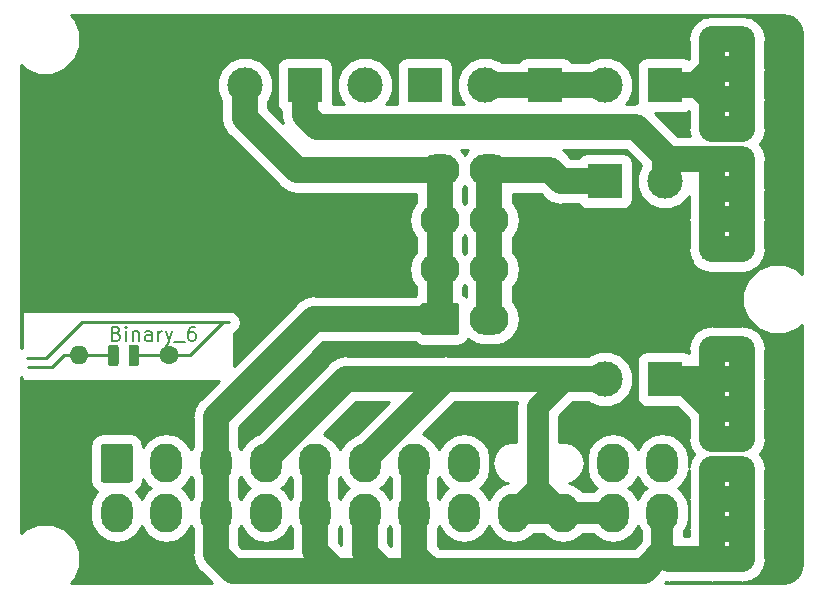
<source format=gtl>
G04 #@! TF.GenerationSoftware,KiCad,Pcbnew,(5.0.2)-1*
G04 #@! TF.CreationDate,2019-10-01T18:53:06+02:00*
G04 #@! TF.ProjectId,EleLab_v2_PowerFeed,456c654c-6162-45f7-9632-5f506f776572,rev?*
G04 #@! TF.SameCoordinates,Original*
G04 #@! TF.FileFunction,Copper,L1,Top*
G04 #@! TF.FilePolarity,Positive*
%FSLAX46Y46*%
G04 Gerber Fmt 4.6, Leading zero omitted, Abs format (unit mm)*
G04 Created by KiCad (PCBNEW (5.0.2)-1) date 01/10/2019 18:53:06*
%MOMM*%
%LPD*%
G01*
G04 APERTURE LIST*
%ADD10C,0.200000*%
G04 #@! TA.AperFunction,EtchedComponent*
%ADD11C,0.250000*%
G04 #@! TD*
G04 #@! TA.AperFunction,Conductor*
%ADD12C,0.100000*%
G04 #@! TD*
G04 #@! TA.AperFunction,ComponentPad*
%ADD13C,2.700000*%
G04 #@! TD*
G04 #@! TA.AperFunction,ComponentPad*
%ADD14O,2.700000X3.300000*%
G04 #@! TD*
G04 #@! TA.AperFunction,ComponentPad*
%ADD15O,3.300000X2.700000*%
G04 #@! TD*
G04 #@! TA.AperFunction,SMDPad,CuDef*
%ADD16C,0.900000*%
G04 #@! TD*
G04 #@! TA.AperFunction,ComponentPad*
%ADD17O,1.600000X1.600000*%
G04 #@! TD*
G04 #@! TA.AperFunction,ComponentPad*
%ADD18C,1.600000*%
G04 #@! TD*
G04 #@! TA.AperFunction,ComponentPad*
%ADD19R,3.000000X3.000000*%
G04 #@! TD*
G04 #@! TA.AperFunction,ComponentPad*
%ADD20C,3.000000*%
G04 #@! TD*
G04 #@! TA.AperFunction,ComponentPad*
%ADD21O,1.700000X1.700000*%
G04 #@! TD*
G04 #@! TA.AperFunction,ComponentPad*
%ADD22R,1.700000X1.700000*%
G04 #@! TD*
G04 #@! TA.AperFunction,Conductor*
%ADD23C,2.200000*%
G04 #@! TD*
G04 #@! TA.AperFunction,Conductor*
%ADD24C,1.900000*%
G04 #@! TD*
G04 #@! TA.AperFunction,Conductor*
%ADD25C,0.250000*%
G04 #@! TD*
G04 #@! TA.AperFunction,NonConductor*
%ADD26C,0.254000*%
G04 #@! TD*
G04 APERTURE END LIST*
G04 #@! TO.C,LO_1*
D10*
X141022542Y-107901485D02*
X141193971Y-107958628D01*
X141251114Y-108015771D01*
X141308257Y-108130057D01*
X141308257Y-108301485D01*
X141251114Y-108415771D01*
X141193971Y-108472914D01*
X141079685Y-108530057D01*
X140622542Y-108530057D01*
X140622542Y-107330057D01*
X141022542Y-107330057D01*
X141136828Y-107387200D01*
X141193971Y-107444342D01*
X141251114Y-107558628D01*
X141251114Y-107672914D01*
X141193971Y-107787200D01*
X141136828Y-107844342D01*
X141022542Y-107901485D01*
X140622542Y-107901485D01*
X141822542Y-108530057D02*
X141822542Y-107730057D01*
X141822542Y-107330057D02*
X141765400Y-107387200D01*
X141822542Y-107444342D01*
X141879685Y-107387200D01*
X141822542Y-107330057D01*
X141822542Y-107444342D01*
X142393971Y-107730057D02*
X142393971Y-108530057D01*
X142393971Y-107844342D02*
X142451114Y-107787200D01*
X142565400Y-107730057D01*
X142736828Y-107730057D01*
X142851114Y-107787200D01*
X142908257Y-107901485D01*
X142908257Y-108530057D01*
X143993971Y-108530057D02*
X143993971Y-107901485D01*
X143936828Y-107787200D01*
X143822542Y-107730057D01*
X143593971Y-107730057D01*
X143479685Y-107787200D01*
X143993971Y-108472914D02*
X143879685Y-108530057D01*
X143593971Y-108530057D01*
X143479685Y-108472914D01*
X143422542Y-108358628D01*
X143422542Y-108244342D01*
X143479685Y-108130057D01*
X143593971Y-108072914D01*
X143879685Y-108072914D01*
X143993971Y-108015771D01*
X144565400Y-108530057D02*
X144565400Y-107730057D01*
X144565400Y-107958628D02*
X144622542Y-107844342D01*
X144679685Y-107787200D01*
X144793971Y-107730057D01*
X144908257Y-107730057D01*
X145193971Y-107730057D02*
X145479685Y-108530057D01*
X145765400Y-107730057D02*
X145479685Y-108530057D01*
X145365400Y-108815771D01*
X145308257Y-108872914D01*
X145193971Y-108930057D01*
X145936828Y-108644342D02*
X146851114Y-108644342D01*
X147651114Y-107330057D02*
X147422542Y-107330057D01*
X147308257Y-107387200D01*
X147251114Y-107444342D01*
X147136828Y-107615771D01*
X147079685Y-107844342D01*
X147079685Y-108301485D01*
X147136828Y-108415771D01*
X147193971Y-108472914D01*
X147308257Y-108530057D01*
X147536828Y-108530057D01*
X147651114Y-108472914D01*
X147708257Y-108415771D01*
X147765400Y-108301485D01*
X147765400Y-108015771D01*
X147708257Y-107901485D01*
X147651114Y-107844342D01*
X147536828Y-107787200D01*
X147308257Y-107787200D01*
X147193971Y-107844342D01*
X147136828Y-107901485D01*
X147079685Y-108015771D01*
D11*
X138069400Y-106971200D02*
X150540800Y-106971200D01*
X135021400Y-110019200D02*
X138069400Y-106971200D01*
X133472000Y-110019200D02*
X135021400Y-110019200D01*
X147213400Y-109765200D02*
X150007400Y-106971200D01*
X145435400Y-109765200D02*
X147213400Y-109765200D01*
X135529400Y-110781200D02*
X133522800Y-110781200D01*
X136545400Y-109765200D02*
X135529400Y-110781200D01*
X137815400Y-109765200D02*
X136545400Y-109765200D01*
X140355400Y-109765200D02*
X137815400Y-109765200D01*
X145435400Y-109765200D02*
X142895400Y-109765200D01*
G04 #@! TD*
D12*
G04 #@! TO.N,Net-(J1-Pad1)*
G04 #@! TO.C,J1*
G36*
X142175512Y-117223209D02*
X142199887Y-117226825D01*
X142223790Y-117232812D01*
X142246992Y-117241114D01*
X142269268Y-117251650D01*
X142290404Y-117264318D01*
X142310196Y-117278997D01*
X142328455Y-117295545D01*
X142345003Y-117313804D01*
X142359682Y-117333596D01*
X142372350Y-117354732D01*
X142382886Y-117377008D01*
X142391188Y-117400210D01*
X142397175Y-117424113D01*
X142400791Y-117448488D01*
X142402000Y-117473100D01*
X142402000Y-120270900D01*
X142400791Y-120295512D01*
X142397175Y-120319887D01*
X142391188Y-120343790D01*
X142382886Y-120366992D01*
X142372350Y-120389268D01*
X142359682Y-120410404D01*
X142345003Y-120430196D01*
X142328455Y-120448455D01*
X142310196Y-120465003D01*
X142290404Y-120479682D01*
X142269268Y-120492350D01*
X142246992Y-120502886D01*
X142223790Y-120511188D01*
X142199887Y-120517175D01*
X142175512Y-120520791D01*
X142150900Y-120522000D01*
X139953100Y-120522000D01*
X139928488Y-120520791D01*
X139904113Y-120517175D01*
X139880210Y-120511188D01*
X139857008Y-120502886D01*
X139834732Y-120492350D01*
X139813596Y-120479682D01*
X139793804Y-120465003D01*
X139775545Y-120448455D01*
X139758997Y-120430196D01*
X139744318Y-120410404D01*
X139731650Y-120389268D01*
X139721114Y-120366992D01*
X139712812Y-120343790D01*
X139706825Y-120319887D01*
X139703209Y-120295512D01*
X139702000Y-120270900D01*
X139702000Y-117473100D01*
X139703209Y-117448488D01*
X139706825Y-117424113D01*
X139712812Y-117400210D01*
X139721114Y-117377008D01*
X139731650Y-117354732D01*
X139744318Y-117333596D01*
X139758997Y-117313804D01*
X139775545Y-117295545D01*
X139793804Y-117278997D01*
X139813596Y-117264318D01*
X139834732Y-117251650D01*
X139857008Y-117241114D01*
X139880210Y-117232812D01*
X139904113Y-117226825D01*
X139928488Y-117223209D01*
X139953100Y-117222000D01*
X142150900Y-117222000D01*
X142175512Y-117223209D01*
X142175512Y-117223209D01*
G37*
D13*
G04 #@! TD*
G04 #@! TO.P,J1,1*
G04 #@! TO.N,Net-(J1-Pad1)*
X141052000Y-118872000D03*
D14*
G04 #@! TO.P,J1,2*
G04 #@! TO.N,Net-(J1-Pad2)*
X145252000Y-118872000D03*
G04 #@! TO.P,J1,3*
G04 #@! TO.N,/GND*
X149452000Y-118872000D03*
G04 #@! TO.P,J1,4*
G04 #@! TO.N,/+5V*
X153652000Y-118872000D03*
G04 #@! TO.P,J1,5*
G04 #@! TO.N,/GND*
X157852000Y-118872000D03*
G04 #@! TO.P,J1,6*
G04 #@! TO.N,/+5V*
X162052000Y-118872000D03*
G04 #@! TO.P,J1,7*
G04 #@! TO.N,/GND*
X166252000Y-118872000D03*
G04 #@! TO.P,J1,8*
G04 #@! TO.N,Net-(J1-Pad8)*
X170452000Y-118872000D03*
G04 #@! TO.P,J1,11*
G04 #@! TO.N,Net-(J1-Pad11)*
X183052000Y-118872000D03*
G04 #@! TO.P,J1,12*
G04 #@! TO.N,Net-(J1-Pad12)*
X187252000Y-118872000D03*
G04 #@! TO.P,J1,13*
G04 #@! TO.N,Net-(J1-Pad13)*
X141052000Y-123072000D03*
G04 #@! TO.P,J1,14*
G04 #@! TO.N,Net-(J1-Pad14)*
X145252000Y-123072000D03*
G04 #@! TO.P,J1,15*
G04 #@! TO.N,/GND*
X149452000Y-123072000D03*
G04 #@! TO.P,J1,16*
G04 #@! TO.N,/PS_ON*
X153652000Y-123072000D03*
G04 #@! TO.P,J1,17*
G04 #@! TO.N,/GND*
X157852000Y-123072000D03*
G04 #@! TO.P,J1,18*
X162052000Y-123072000D03*
G04 #@! TO.P,J1,19*
X166252000Y-123072000D03*
G04 #@! TO.P,J1,20*
G04 #@! TO.N,Net-(J1-Pad20)*
X170452000Y-123072000D03*
G04 #@! TO.P,J1,21*
G04 #@! TO.N,/+5V*
X174652000Y-123072000D03*
G04 #@! TO.P,J1,22*
X178852000Y-123072000D03*
G04 #@! TO.P,J1,23*
X183052000Y-123072000D03*
G04 #@! TO.P,J1,24*
G04 #@! TO.N,/GND*
X187252000Y-123072000D03*
G04 #@! TD*
D12*
G04 #@! TO.N,/GND*
G04 #@! TO.C,J2*
G36*
X169825512Y-105331209D02*
X169849887Y-105334825D01*
X169873790Y-105340812D01*
X169896992Y-105349114D01*
X169919268Y-105359650D01*
X169940404Y-105372318D01*
X169960196Y-105386997D01*
X169978455Y-105403545D01*
X169995003Y-105421804D01*
X170009682Y-105441596D01*
X170022350Y-105462732D01*
X170032886Y-105485008D01*
X170041188Y-105508210D01*
X170047175Y-105532113D01*
X170050791Y-105556488D01*
X170052000Y-105581100D01*
X170052000Y-107778900D01*
X170050791Y-107803512D01*
X170047175Y-107827887D01*
X170041188Y-107851790D01*
X170032886Y-107874992D01*
X170022350Y-107897268D01*
X170009682Y-107918404D01*
X169995003Y-107938196D01*
X169978455Y-107956455D01*
X169960196Y-107973003D01*
X169940404Y-107987682D01*
X169919268Y-108000350D01*
X169896992Y-108010886D01*
X169873790Y-108019188D01*
X169849887Y-108025175D01*
X169825512Y-108028791D01*
X169800900Y-108030000D01*
X167003100Y-108030000D01*
X166978488Y-108028791D01*
X166954113Y-108025175D01*
X166930210Y-108019188D01*
X166907008Y-108010886D01*
X166884732Y-108000350D01*
X166863596Y-107987682D01*
X166843804Y-107973003D01*
X166825545Y-107956455D01*
X166808997Y-107938196D01*
X166794318Y-107918404D01*
X166781650Y-107897268D01*
X166771114Y-107874992D01*
X166762812Y-107851790D01*
X166756825Y-107827887D01*
X166753209Y-107803512D01*
X166752000Y-107778900D01*
X166752000Y-105581100D01*
X166753209Y-105556488D01*
X166756825Y-105532113D01*
X166762812Y-105508210D01*
X166771114Y-105485008D01*
X166781650Y-105462732D01*
X166794318Y-105441596D01*
X166808997Y-105421804D01*
X166825545Y-105403545D01*
X166843804Y-105386997D01*
X166863596Y-105372318D01*
X166884732Y-105359650D01*
X166907008Y-105349114D01*
X166930210Y-105340812D01*
X166954113Y-105334825D01*
X166978488Y-105331209D01*
X167003100Y-105330000D01*
X169800900Y-105330000D01*
X169825512Y-105331209D01*
X169825512Y-105331209D01*
G37*
D13*
G04 #@! TD*
G04 #@! TO.P,J2,1*
G04 #@! TO.N,/GND*
X168402000Y-106680000D03*
D15*
G04 #@! TO.P,J2,2*
G04 #@! TO.N,/GND*
X168402000Y-102480000D03*
G04 #@! TO.P,J2,3*
X168402000Y-98280000D03*
G04 #@! TO.P,J2,4*
X168402000Y-94080000D03*
G04 #@! TO.P,J2,5*
G04 #@! TO.N,/+12V*
X172602000Y-106680000D03*
G04 #@! TO.P,J2,6*
X172602000Y-102480000D03*
G04 #@! TO.P,J2,7*
X172602000Y-98280000D03*
G04 #@! TO.P,J2,8*
X172602000Y-94080000D03*
G04 #@! TD*
D12*
G04 #@! TO.N,*
G04 #@! TO.C,LO_1*
G36*
X141002454Y-108866283D02*
X141024295Y-108869523D01*
X141045714Y-108874888D01*
X141066504Y-108882327D01*
X141086464Y-108891768D01*
X141105403Y-108903119D01*
X141123138Y-108916273D01*
X141139499Y-108931101D01*
X141154327Y-108947462D01*
X141167481Y-108965197D01*
X141178832Y-108984136D01*
X141188273Y-109004096D01*
X141195712Y-109024886D01*
X141201077Y-109046305D01*
X141204317Y-109068146D01*
X141205400Y-109090200D01*
X141205400Y-110440200D01*
X141204317Y-110462254D01*
X141201077Y-110484095D01*
X141195712Y-110505514D01*
X141188273Y-110526304D01*
X141178832Y-110546264D01*
X141167481Y-110565203D01*
X141154327Y-110582938D01*
X141139499Y-110599299D01*
X141123138Y-110614127D01*
X141105403Y-110627281D01*
X141086464Y-110638632D01*
X141066504Y-110648073D01*
X141045714Y-110655512D01*
X141024295Y-110660877D01*
X141002454Y-110664117D01*
X140980400Y-110665200D01*
X140530400Y-110665200D01*
X140508346Y-110664117D01*
X140486505Y-110660877D01*
X140465086Y-110655512D01*
X140444296Y-110648073D01*
X140424336Y-110638632D01*
X140405397Y-110627281D01*
X140387662Y-110614127D01*
X140371301Y-110599299D01*
X140356473Y-110582938D01*
X140343319Y-110565203D01*
X140331968Y-110546264D01*
X140322527Y-110526304D01*
X140315088Y-110505514D01*
X140309723Y-110484095D01*
X140306483Y-110462254D01*
X140305400Y-110440200D01*
X140305400Y-109090200D01*
X140306483Y-109068146D01*
X140309723Y-109046305D01*
X140315088Y-109024886D01*
X140322527Y-109004096D01*
X140331968Y-108984136D01*
X140343319Y-108965197D01*
X140356473Y-108947462D01*
X140371301Y-108931101D01*
X140387662Y-108916273D01*
X140405397Y-108903119D01*
X140424336Y-108891768D01*
X140444296Y-108882327D01*
X140465086Y-108874888D01*
X140486505Y-108869523D01*
X140508346Y-108866283D01*
X140530400Y-108865200D01*
X140980400Y-108865200D01*
X141002454Y-108866283D01*
X141002454Y-108866283D01*
G37*
D16*
G04 #@! TD*
G04 #@! TO.P,LO_1,*
G04 #@! TO.N,*
X140755400Y-109765200D03*
D12*
G04 #@! TO.N,*
G04 #@! TO.C,LO_1*
G36*
X142742454Y-108866283D02*
X142764295Y-108869523D01*
X142785714Y-108874888D01*
X142806504Y-108882327D01*
X142826464Y-108891768D01*
X142845403Y-108903119D01*
X142863138Y-108916273D01*
X142879499Y-108931101D01*
X142894327Y-108947462D01*
X142907481Y-108965197D01*
X142918832Y-108984136D01*
X142928273Y-109004096D01*
X142935712Y-109024886D01*
X142941077Y-109046305D01*
X142944317Y-109068146D01*
X142945400Y-109090200D01*
X142945400Y-110440200D01*
X142944317Y-110462254D01*
X142941077Y-110484095D01*
X142935712Y-110505514D01*
X142928273Y-110526304D01*
X142918832Y-110546264D01*
X142907481Y-110565203D01*
X142894327Y-110582938D01*
X142879499Y-110599299D01*
X142863138Y-110614127D01*
X142845403Y-110627281D01*
X142826464Y-110638632D01*
X142806504Y-110648073D01*
X142785714Y-110655512D01*
X142764295Y-110660877D01*
X142742454Y-110664117D01*
X142720400Y-110665200D01*
X142270400Y-110665200D01*
X142248346Y-110664117D01*
X142226505Y-110660877D01*
X142205086Y-110655512D01*
X142184296Y-110648073D01*
X142164336Y-110638632D01*
X142145397Y-110627281D01*
X142127662Y-110614127D01*
X142111301Y-110599299D01*
X142096473Y-110582938D01*
X142083319Y-110565203D01*
X142071968Y-110546264D01*
X142062527Y-110526304D01*
X142055088Y-110505514D01*
X142049723Y-110484095D01*
X142046483Y-110462254D01*
X142045400Y-110440200D01*
X142045400Y-109090200D01*
X142046483Y-109068146D01*
X142049723Y-109046305D01*
X142055088Y-109024886D01*
X142062527Y-109004096D01*
X142071968Y-108984136D01*
X142083319Y-108965197D01*
X142096473Y-108947462D01*
X142111301Y-108931101D01*
X142127662Y-108916273D01*
X142145397Y-108903119D01*
X142164336Y-108891768D01*
X142184296Y-108882327D01*
X142205086Y-108874888D01*
X142226505Y-108869523D01*
X142248346Y-108866283D01*
X142270400Y-108865200D01*
X142720400Y-108865200D01*
X142742454Y-108866283D01*
X142742454Y-108866283D01*
G37*
D16*
G04 #@! TD*
G04 #@! TO.P,LO_1,*
G04 #@! TO.N,*
X142495400Y-109765200D03*
D17*
G04 #@! TO.P,LO_1,1*
G04 #@! TO.N,N/C*
X137815400Y-109765200D03*
D18*
G04 #@! TO.P,LO_1,2*
X145435400Y-109765200D03*
G04 #@! TD*
D19*
G04 #@! TO.P,J5,1*
G04 #@! TO.N,/+24V*
X177292000Y-86868000D03*
D20*
G04 #@! TO.P,J5,2*
X172212000Y-86868000D03*
G04 #@! TD*
G04 #@! TO.P,J6,2*
G04 #@! TO.N,/+5V*
X182372000Y-111760000D03*
D19*
G04 #@! TO.P,J6,1*
G04 #@! TO.N,/+5V_F*
X187452000Y-111760000D03*
G04 #@! TD*
G04 #@! TO.P,J7,1*
G04 #@! TO.N,/+12V*
X182372000Y-94996000D03*
D20*
G04 #@! TO.P,J7,2*
G04 #@! TO.N,/+12V_F*
X187452000Y-94996000D03*
G04 #@! TD*
G04 #@! TO.P,J8,2*
G04 #@! TO.N,/+24V*
X182372000Y-86868000D03*
D19*
G04 #@! TO.P,J8,1*
G04 #@! TO.N,/+24V_F*
X187452000Y-86868000D03*
G04 #@! TD*
G04 #@! TO.P,J9,1*
G04 #@! TO.N,/GND*
X167132000Y-86868000D03*
D20*
G04 #@! TO.P,J9,2*
G04 #@! TO.N,/PS_ON*
X162052000Y-86868000D03*
G04 #@! TD*
G04 #@! TO.P,J10,2*
G04 #@! TO.N,/GND*
X151892000Y-86868000D03*
D19*
G04 #@! TO.P,J10,1*
G04 #@! TO.N,/+12V_F*
X156972000Y-86868000D03*
G04 #@! TD*
D21*
G04 #@! TO.P,J3,16*
G04 #@! TO.N,/+24V_F*
X194000000Y-83000000D03*
G04 #@! TO.P,J3,15*
X191460000Y-83000000D03*
G04 #@! TO.P,J3,14*
X194000000Y-85540000D03*
G04 #@! TO.P,J3,13*
X191460000Y-85540000D03*
G04 #@! TO.P,J3,12*
X194000000Y-88080000D03*
G04 #@! TO.P,J3,11*
X191460000Y-88080000D03*
G04 #@! TO.P,J3,10*
X194000000Y-90620000D03*
G04 #@! TO.P,J3,9*
X191460000Y-90620000D03*
G04 #@! TO.P,J3,8*
G04 #@! TO.N,/+12V_F*
X194000000Y-93160000D03*
G04 #@! TO.P,J3,7*
X191460000Y-93160000D03*
G04 #@! TO.P,J3,6*
X194000000Y-95700000D03*
G04 #@! TO.P,J3,5*
X191460000Y-95700000D03*
G04 #@! TO.P,J3,4*
X194000000Y-98240000D03*
G04 #@! TO.P,J3,3*
X191460000Y-98240000D03*
G04 #@! TO.P,J3,2*
X194000000Y-100780000D03*
D22*
G04 #@! TO.P,J3,1*
X191460000Y-100780000D03*
G04 #@! TD*
G04 #@! TO.P,J4,1*
G04 #@! TO.N,/GND*
X191460000Y-127000000D03*
D21*
G04 #@! TO.P,J4,2*
X194000000Y-127000000D03*
G04 #@! TO.P,J4,3*
X191460000Y-124460000D03*
G04 #@! TO.P,J4,4*
X194000000Y-124460000D03*
G04 #@! TO.P,J4,5*
X191460000Y-121920000D03*
G04 #@! TO.P,J4,6*
X194000000Y-121920000D03*
G04 #@! TO.P,J4,7*
X191460000Y-119380000D03*
G04 #@! TO.P,J4,8*
X194000000Y-119380000D03*
G04 #@! TO.P,J4,9*
G04 #@! TO.N,/+5V_F*
X191460000Y-116840000D03*
G04 #@! TO.P,J4,10*
X194000000Y-116840000D03*
G04 #@! TO.P,J4,11*
X191460000Y-114300000D03*
G04 #@! TO.P,J4,12*
X194000000Y-114300000D03*
G04 #@! TO.P,J4,13*
X191460000Y-111760000D03*
G04 #@! TO.P,J4,14*
X194000000Y-111760000D03*
G04 #@! TO.P,J4,15*
X191460000Y-109220000D03*
G04 #@! TO.P,J4,16*
X194000000Y-109220000D03*
G04 #@! TD*
D23*
G04 #@! TO.N,/+24V*
X172212000Y-86868000D02*
X177292000Y-86868000D01*
X177292000Y-86868000D02*
X182372000Y-86868000D01*
G04 #@! TO.N,/+12V*
X172602000Y-106680000D02*
X172602000Y-102480000D01*
X172602000Y-102480000D02*
X172602000Y-98280000D01*
X172602000Y-98280000D02*
X172602000Y-94080000D01*
X177756000Y-94080000D02*
X172602000Y-94080000D01*
X182372000Y-94996000D02*
X178672000Y-94996000D01*
X178672000Y-94996000D02*
X177756000Y-94080000D01*
G04 #@! TO.N,/GND*
X168402000Y-94080000D02*
X168402000Y-98280000D01*
X168402000Y-98280000D02*
X168402000Y-102480000D01*
X168402000Y-102480000D02*
X168402000Y-106680000D01*
X149452000Y-124372000D02*
X149452000Y-126592000D01*
X149452000Y-126592000D02*
X150876000Y-128016000D01*
X157852000Y-126356000D02*
X159512000Y-128016000D01*
X157852000Y-124372000D02*
X157852000Y-126356000D01*
X150876000Y-128016000D02*
X159512000Y-128016000D01*
X162052000Y-126492000D02*
X163576000Y-128016000D01*
X162052000Y-124372000D02*
X162052000Y-126492000D01*
X159512000Y-128016000D02*
X163576000Y-128016000D01*
X166252000Y-126628000D02*
X167640000Y-128016000D01*
X166252000Y-124372000D02*
X166252000Y-126628000D01*
X163576000Y-128016000D02*
X167640000Y-128016000D01*
X166252000Y-118872000D02*
X166252000Y-124372000D01*
X157852000Y-118872000D02*
X157852000Y-124372000D01*
X149452000Y-118872000D02*
X149452000Y-124372000D01*
X157852000Y-118872000D02*
X157852000Y-118572000D01*
X149452000Y-118872000D02*
X149452000Y-118572000D01*
X149452000Y-114962000D02*
X149452000Y-118872000D01*
X168402000Y-106680000D02*
X157734000Y-106680000D01*
X157734000Y-106680000D02*
X149452000Y-114962000D01*
X167640000Y-128016000D02*
X185674000Y-128016000D01*
X185674000Y-128016000D02*
X187252000Y-126438000D01*
X151892000Y-86868000D02*
X151892000Y-89662000D01*
X151892000Y-89662000D02*
X156310000Y-94080000D01*
X156310000Y-94080000D02*
X168402000Y-94080000D01*
X168402000Y-94080000D02*
X168402000Y-106680000D01*
X191460000Y-127000000D02*
X191460000Y-119380000D01*
X194000000Y-119380000D02*
X194000000Y-127000000D01*
X191460000Y-127000000D02*
X194000000Y-127000000D01*
X194000000Y-124460000D02*
X191460000Y-124460000D01*
X191460000Y-121920000D02*
X194000000Y-121920000D01*
X194000000Y-119380000D02*
X191460000Y-119380000D01*
X187814000Y-127000000D02*
X187252000Y-126438000D01*
X191460000Y-127000000D02*
X187814000Y-127000000D01*
D24*
X187252000Y-126622000D02*
X187252000Y-123072000D01*
X187814000Y-127000000D02*
X187630000Y-127000000D01*
X187630000Y-127000000D02*
X187252000Y-126622000D01*
D23*
G04 #@! TO.N,/+5V*
X180250680Y-111760000D02*
X182372000Y-111760000D01*
X160464000Y-111760000D02*
X180250680Y-111760000D01*
X153652000Y-118872000D02*
X153652000Y-118572000D01*
X153652000Y-118572000D02*
X160464000Y-111760000D01*
X162052000Y-118572000D02*
X162052000Y-118872000D01*
X168864000Y-111760000D02*
X162052000Y-118572000D01*
X182372000Y-111760000D02*
X179070000Y-111760000D01*
X179070000Y-111760000D02*
X168864000Y-111760000D01*
D24*
X176702001Y-114127999D02*
X179070000Y-111760000D01*
X176702001Y-121021999D02*
X174652000Y-123072000D01*
X176702001Y-114127999D02*
X176702001Y-121021999D01*
X174652000Y-123072000D02*
X178852000Y-123072000D01*
X178852000Y-123072000D02*
X183052000Y-123072000D01*
X178752002Y-123072000D02*
X176702001Y-121021999D01*
X178852000Y-123072000D02*
X178752002Y-123072000D01*
D25*
G04 #@! TO.N,/PS_ON*
X153582000Y-124372000D02*
X153652000Y-124372000D01*
D23*
G04 #@! TO.N,/+12V_F*
X187452000Y-92874680D02*
X185001320Y-90424000D01*
X187452000Y-94996000D02*
X187452000Y-92874680D01*
X185001320Y-90424000D02*
X157988000Y-90424000D01*
X157988000Y-90424000D02*
X156972000Y-89408000D01*
X156972000Y-89408000D02*
X156972000Y-86868000D01*
X191460000Y-93160000D02*
X191460000Y-100780000D01*
X194000000Y-100780000D02*
X194000000Y-93160000D01*
X191460000Y-93160000D02*
X194000000Y-93160000D01*
X194000000Y-95700000D02*
X191460000Y-95700000D01*
X191460000Y-98240000D02*
X194000000Y-98240000D01*
X194000000Y-100780000D02*
X191460000Y-100780000D01*
X187452000Y-92874680D02*
X187737320Y-93160000D01*
X187737320Y-93160000D02*
X191460000Y-93160000D01*
G04 #@! TO.N,/+24V_F*
X191460000Y-83000000D02*
X191460000Y-90620000D01*
X194000000Y-90620000D02*
X194000000Y-83000000D01*
X191460000Y-83000000D02*
X194000000Y-83000000D01*
X194000000Y-85540000D02*
X191460000Y-85540000D01*
X191460000Y-88080000D02*
X194000000Y-88080000D01*
X194000000Y-90620000D02*
X191460000Y-90620000D01*
X190248000Y-86868000D02*
X191460000Y-88080000D01*
X187452000Y-86868000D02*
X190248000Y-86868000D01*
X190132000Y-86868000D02*
X191460000Y-85540000D01*
X187452000Y-86868000D02*
X190132000Y-86868000D01*
G04 #@! TO.N,/+5V_F*
X191460000Y-116840000D02*
X191460000Y-109220000D01*
X194000000Y-116840000D02*
X194000000Y-109220000D01*
X191460000Y-109220000D02*
X194000000Y-109220000D01*
X194000000Y-111760000D02*
X191460000Y-111760000D01*
X191460000Y-114300000D02*
X194000000Y-114300000D01*
X194000000Y-116840000D02*
X191460000Y-116840000D01*
X188920000Y-111760000D02*
X191460000Y-114300000D01*
X187452000Y-111760000D02*
X188920000Y-111760000D01*
X187452000Y-111760000D02*
X191460000Y-111760000D01*
G04 #@! TD*
D26*
G36*
X132996138Y-111634391D02*
X132996138Y-111800000D01*
X133005805Y-111848601D01*
X133033335Y-111889803D01*
X133074537Y-111917333D01*
X133123138Y-111927000D01*
X149691101Y-111927000D01*
X148191737Y-113426364D01*
X148026663Y-113536663D01*
X147589707Y-114190614D01*
X147475000Y-114767287D01*
X147475000Y-114767291D01*
X147436270Y-114962000D01*
X147475000Y-115156710D01*
X147475001Y-117522296D01*
X147354212Y-117703069D01*
X147352000Y-117714189D01*
X147349788Y-117703068D01*
X146857577Y-116966423D01*
X146120931Y-116474212D01*
X145252000Y-116301371D01*
X144383068Y-116474212D01*
X143646423Y-116966423D01*
X143296181Y-117490597D01*
X143296181Y-117473100D01*
X143209002Y-117034820D01*
X142960736Y-116663264D01*
X142589180Y-116414998D01*
X142150900Y-116327819D01*
X139953100Y-116327819D01*
X139514820Y-116414998D01*
X139143264Y-116663264D01*
X138894998Y-117034820D01*
X138807819Y-117473100D01*
X138807819Y-120270900D01*
X138894998Y-120709180D01*
X139143264Y-121080736D01*
X139392433Y-121247225D01*
X138954212Y-121903069D01*
X138825000Y-122552663D01*
X138825000Y-123591338D01*
X138954212Y-124240932D01*
X139446424Y-124977577D01*
X140183069Y-125469788D01*
X141052000Y-125642629D01*
X141920932Y-125469788D01*
X142657577Y-124977577D01*
X143149788Y-124240931D01*
X143152000Y-124229811D01*
X143154212Y-124240932D01*
X143646424Y-124977577D01*
X144383069Y-125469788D01*
X145252000Y-125642629D01*
X146120932Y-125469788D01*
X146857577Y-124977577D01*
X147349788Y-124240931D01*
X147352000Y-124229811D01*
X147354212Y-124240932D01*
X147475000Y-124421704D01*
X147475001Y-126397286D01*
X147436270Y-126592000D01*
X147551560Y-127171604D01*
X147589708Y-127363387D01*
X148026664Y-128017337D01*
X148191735Y-128127634D01*
X149112100Y-129048000D01*
X137162114Y-129048000D01*
X137523779Y-128686335D01*
X137977000Y-127592162D01*
X137977000Y-126407838D01*
X137523779Y-125313665D01*
X136686335Y-124476221D01*
X135592162Y-124023000D01*
X134407838Y-124023000D01*
X133313665Y-124476221D01*
X132952000Y-124837886D01*
X132952000Y-111604899D01*
X132996138Y-111634391D01*
X132996138Y-111634391D01*
G37*
X132996138Y-111634391D02*
X132996138Y-111800000D01*
X133005805Y-111848601D01*
X133033335Y-111889803D01*
X133074537Y-111917333D01*
X133123138Y-111927000D01*
X149691101Y-111927000D01*
X148191737Y-113426364D01*
X148026663Y-113536663D01*
X147589707Y-114190614D01*
X147475000Y-114767287D01*
X147475000Y-114767291D01*
X147436270Y-114962000D01*
X147475000Y-115156710D01*
X147475001Y-117522296D01*
X147354212Y-117703069D01*
X147352000Y-117714189D01*
X147349788Y-117703068D01*
X146857577Y-116966423D01*
X146120931Y-116474212D01*
X145252000Y-116301371D01*
X144383068Y-116474212D01*
X143646423Y-116966423D01*
X143296181Y-117490597D01*
X143296181Y-117473100D01*
X143209002Y-117034820D01*
X142960736Y-116663264D01*
X142589180Y-116414998D01*
X142150900Y-116327819D01*
X139953100Y-116327819D01*
X139514820Y-116414998D01*
X139143264Y-116663264D01*
X138894998Y-117034820D01*
X138807819Y-117473100D01*
X138807819Y-120270900D01*
X138894998Y-120709180D01*
X139143264Y-121080736D01*
X139392433Y-121247225D01*
X138954212Y-121903069D01*
X138825000Y-122552663D01*
X138825000Y-123591338D01*
X138954212Y-124240932D01*
X139446424Y-124977577D01*
X140183069Y-125469788D01*
X141052000Y-125642629D01*
X141920932Y-125469788D01*
X142657577Y-124977577D01*
X143149788Y-124240931D01*
X143152000Y-124229811D01*
X143154212Y-124240932D01*
X143646424Y-124977577D01*
X144383069Y-125469788D01*
X145252000Y-125642629D01*
X146120932Y-125469788D01*
X146857577Y-124977577D01*
X147349788Y-124240931D01*
X147352000Y-124229811D01*
X147354212Y-124240932D01*
X147475000Y-124421704D01*
X147475001Y-126397286D01*
X147436270Y-126592000D01*
X147551560Y-127171604D01*
X147589708Y-127363387D01*
X148026664Y-128017337D01*
X148191735Y-128127634D01*
X149112100Y-129048000D01*
X137162114Y-129048000D01*
X137523779Y-128686335D01*
X137977000Y-127592162D01*
X137977000Y-126407838D01*
X137523779Y-125313665D01*
X136686335Y-124476221D01*
X135592162Y-124023000D01*
X134407838Y-124023000D01*
X133313665Y-124476221D01*
X132952000Y-124837886D01*
X132952000Y-111604899D01*
X132996138Y-111634391D01*
G36*
X197883090Y-81007962D02*
X198242110Y-81150108D01*
X198554499Y-81377071D01*
X198800630Y-81674593D01*
X198965040Y-82023982D01*
X199045890Y-82447814D01*
X199048000Y-82514946D01*
X199048000Y-102837886D01*
X198686335Y-102476221D01*
X197592162Y-102023000D01*
X196407838Y-102023000D01*
X195313665Y-102476221D01*
X194476221Y-103313665D01*
X194023000Y-104407838D01*
X194023000Y-105592162D01*
X194476221Y-106686335D01*
X195313665Y-107523779D01*
X196407838Y-107977000D01*
X197592162Y-107977000D01*
X198686335Y-107523779D01*
X199048001Y-107162113D01*
X199048001Y-127440099D01*
X198992038Y-127883090D01*
X198849893Y-128242109D01*
X198622930Y-128554497D01*
X198325407Y-128800630D01*
X197976018Y-128965040D01*
X197552186Y-129045890D01*
X197485054Y-129048000D01*
X187437899Y-129048000D01*
X187527214Y-128958686D01*
X187619286Y-128977000D01*
X187619290Y-128977000D01*
X187813999Y-129015730D01*
X188008709Y-128977000D01*
X191265286Y-128977000D01*
X191460000Y-129015731D01*
X191654714Y-128977000D01*
X193805286Y-128977000D01*
X194000000Y-129015731D01*
X194194714Y-128977000D01*
X194203945Y-128975164D01*
X194771387Y-128862293D01*
X195425337Y-128425337D01*
X195862293Y-127771387D01*
X195938514Y-127388196D01*
X196015731Y-127000000D01*
X195977000Y-126805286D01*
X195977000Y-124654714D01*
X196015731Y-124460000D01*
X195977000Y-124265286D01*
X195977000Y-122114714D01*
X196015731Y-121920000D01*
X195977000Y-121725286D01*
X195977000Y-119574714D01*
X196015731Y-119380000D01*
X195862293Y-118608613D01*
X195529130Y-118110000D01*
X195862293Y-117611387D01*
X196015731Y-116840000D01*
X195977000Y-116645286D01*
X195977000Y-114494714D01*
X196015731Y-114300000D01*
X195977000Y-114105286D01*
X195977000Y-111954714D01*
X196015731Y-111760000D01*
X195977000Y-111565286D01*
X195977000Y-109414714D01*
X196015731Y-109220000D01*
X195862293Y-108448613D01*
X195425337Y-107794663D01*
X194771387Y-107357707D01*
X194194714Y-107243000D01*
X194000000Y-107204269D01*
X193805286Y-107243000D01*
X191654714Y-107243000D01*
X191460000Y-107204269D01*
X191265286Y-107243000D01*
X190688613Y-107357707D01*
X190034663Y-107794663D01*
X189597707Y-108448613D01*
X189444269Y-109220000D01*
X189483001Y-109414719D01*
X189483001Y-109560045D01*
X189294188Y-109433884D01*
X188952000Y-109365819D01*
X185952000Y-109365819D01*
X185609812Y-109433884D01*
X185319719Y-109627719D01*
X185125884Y-109917812D01*
X185057819Y-110260000D01*
X185057819Y-113260000D01*
X185125884Y-113602188D01*
X185319719Y-113892281D01*
X185609812Y-114086116D01*
X185952000Y-114154181D01*
X188518282Y-114154181D01*
X189483000Y-115118900D01*
X189483000Y-116645285D01*
X189444269Y-116840000D01*
X189597707Y-117611387D01*
X189930870Y-118110000D01*
X189597707Y-118608613D01*
X189479000Y-119205395D01*
X189479000Y-118352662D01*
X189349788Y-117703068D01*
X188857577Y-116966423D01*
X188120931Y-116474212D01*
X187252000Y-116301371D01*
X186383068Y-116474212D01*
X185646423Y-116966423D01*
X185154212Y-117703069D01*
X185152000Y-117714189D01*
X185149788Y-117703068D01*
X184657577Y-116966423D01*
X183920931Y-116474212D01*
X183052000Y-116301371D01*
X182183068Y-116474212D01*
X181446423Y-116966423D01*
X180954212Y-117703069D01*
X180825000Y-118352663D01*
X180825000Y-119391338D01*
X180954212Y-120040932D01*
X181446424Y-120777577D01*
X181737398Y-120972000D01*
X181446423Y-121166423D01*
X181393920Y-121245000D01*
X180510081Y-121245000D01*
X180457577Y-121166423D01*
X179720931Y-120674212D01*
X179310599Y-120592592D01*
X179545351Y-120545897D01*
X180133145Y-120153145D01*
X180525897Y-119565351D01*
X180663813Y-118872000D01*
X180525897Y-118178649D01*
X180133145Y-117590855D01*
X179545351Y-117198103D01*
X179027017Y-117095000D01*
X178676983Y-117095000D01*
X178529001Y-117124435D01*
X178529001Y-114884767D01*
X179676768Y-113737000D01*
X180987415Y-113737000D01*
X181025538Y-113775123D01*
X181899185Y-114137000D01*
X182844815Y-114137000D01*
X183718462Y-113775123D01*
X184387123Y-113106462D01*
X184749000Y-112232815D01*
X184749000Y-111287185D01*
X184387123Y-110413538D01*
X183718462Y-109744877D01*
X182844815Y-109383000D01*
X181899185Y-109383000D01*
X181025538Y-109744877D01*
X180987415Y-109783000D01*
X169058714Y-109783000D01*
X168864000Y-109744269D01*
X168669286Y-109783000D01*
X160658714Y-109783000D01*
X160464000Y-109744269D01*
X159720299Y-109892200D01*
X159692613Y-109897707D01*
X159038663Y-110334663D01*
X158928366Y-110499734D01*
X152996304Y-116431797D01*
X152783068Y-116474212D01*
X152046423Y-116966423D01*
X151554212Y-117703069D01*
X151552000Y-117714189D01*
X151549788Y-117703068D01*
X151429000Y-117522296D01*
X151429000Y-115780899D01*
X158552900Y-108657000D01*
X166295428Y-108657000D01*
X166564820Y-108837002D01*
X167003100Y-108924181D01*
X169800900Y-108924181D01*
X170239180Y-108837002D01*
X170610736Y-108588736D01*
X170777225Y-108339567D01*
X171433068Y-108777788D01*
X172082662Y-108907000D01*
X173121338Y-108907000D01*
X173770932Y-108777788D01*
X174507577Y-108285577D01*
X174999788Y-107548932D01*
X175172629Y-106680000D01*
X174999788Y-105811068D01*
X174579000Y-105181315D01*
X174579000Y-103978685D01*
X174999788Y-103348932D01*
X175172629Y-102480000D01*
X174999788Y-101611068D01*
X174579000Y-100981315D01*
X174579000Y-99778685D01*
X174999788Y-99148932D01*
X175172629Y-98280000D01*
X174999788Y-97411068D01*
X174579000Y-96781315D01*
X174579000Y-96057000D01*
X176937101Y-96057000D01*
X177136364Y-96256263D01*
X177246663Y-96421337D01*
X177835316Y-96814663D01*
X177900613Y-96858293D01*
X178672000Y-97011731D01*
X178866714Y-96973000D01*
X180135963Y-96973000D01*
X180239719Y-97128281D01*
X180529812Y-97322116D01*
X180872000Y-97390181D01*
X183872000Y-97390181D01*
X184214188Y-97322116D01*
X184504281Y-97128281D01*
X184698116Y-96838188D01*
X184766181Y-96496000D01*
X184766181Y-93496000D01*
X184698116Y-93153812D01*
X184504281Y-92863719D01*
X184214188Y-92669884D01*
X183872000Y-92601819D01*
X180872000Y-92601819D01*
X180529812Y-92669884D01*
X180239719Y-92863719D01*
X180135963Y-93019000D01*
X179490899Y-93019000D01*
X179291636Y-92819737D01*
X179181337Y-92654663D01*
X178801704Y-92401000D01*
X184182421Y-92401000D01*
X185435143Y-93653723D01*
X185075000Y-94523185D01*
X185075000Y-95468815D01*
X185436877Y-96342462D01*
X186105538Y-97011123D01*
X186979185Y-97373000D01*
X187924815Y-97373000D01*
X188798462Y-97011123D01*
X189467123Y-96342462D01*
X189483000Y-96304131D01*
X189483001Y-98045282D01*
X189444269Y-98240000D01*
X189483001Y-98434718D01*
X189483001Y-100585281D01*
X189444269Y-100780000D01*
X189597707Y-101551387D01*
X189743619Y-101769759D01*
X189783884Y-101972188D01*
X189977719Y-102262281D01*
X190267812Y-102456116D01*
X190470241Y-102496381D01*
X190688613Y-102642293D01*
X191265286Y-102757000D01*
X191460000Y-102795731D01*
X191654714Y-102757000D01*
X193805286Y-102757000D01*
X194000000Y-102795731D01*
X194194714Y-102757000D01*
X194771387Y-102642293D01*
X195425337Y-102205337D01*
X195862293Y-101551387D01*
X196015731Y-100780000D01*
X195977000Y-100585286D01*
X195977000Y-98434714D01*
X196015731Y-98240000D01*
X195977000Y-98045286D01*
X195977000Y-95894714D01*
X196015731Y-95700000D01*
X195977000Y-95505286D01*
X195977000Y-93354714D01*
X196015731Y-93160000D01*
X195862293Y-92388613D01*
X195529130Y-91890000D01*
X195862293Y-91391387D01*
X196015731Y-90620000D01*
X195977000Y-90425286D01*
X195977000Y-88274714D01*
X196015731Y-88080000D01*
X195977000Y-87885286D01*
X195977000Y-85734714D01*
X196015731Y-85540000D01*
X195977000Y-85345286D01*
X195977000Y-83194714D01*
X196015731Y-83000000D01*
X195862293Y-82228613D01*
X195425337Y-81574663D01*
X194771387Y-81137707D01*
X194685535Y-81120630D01*
X194000000Y-80984269D01*
X193805286Y-81023000D01*
X191654714Y-81023000D01*
X191460000Y-80984269D01*
X190774465Y-81120630D01*
X190688613Y-81137707D01*
X190034663Y-81574663D01*
X189597707Y-82228613D01*
X189444269Y-83000000D01*
X189483000Y-83194715D01*
X189483000Y-84668045D01*
X189294188Y-84541884D01*
X188952000Y-84473819D01*
X185952000Y-84473819D01*
X185609812Y-84541884D01*
X185319719Y-84735719D01*
X185125884Y-85025812D01*
X185057819Y-85368000D01*
X185057819Y-88368000D01*
X185068487Y-88421630D01*
X185001320Y-88408270D01*
X184806611Y-88447000D01*
X184154585Y-88447000D01*
X184387123Y-88214462D01*
X184749000Y-87340815D01*
X184749000Y-86395185D01*
X184387123Y-85521538D01*
X183718462Y-84852877D01*
X182844815Y-84491000D01*
X181899185Y-84491000D01*
X181025538Y-84852877D01*
X180987415Y-84891000D01*
X179528037Y-84891000D01*
X179424281Y-84735719D01*
X179134188Y-84541884D01*
X178792000Y-84473819D01*
X175792000Y-84473819D01*
X175449812Y-84541884D01*
X175159719Y-84735719D01*
X175055963Y-84891000D01*
X173596585Y-84891000D01*
X173558462Y-84852877D01*
X172684815Y-84491000D01*
X171739185Y-84491000D01*
X170865538Y-84852877D01*
X170196877Y-85521538D01*
X169835000Y-86395185D01*
X169835000Y-87340815D01*
X170196877Y-88214462D01*
X170429415Y-88447000D01*
X169510467Y-88447000D01*
X169526181Y-88368000D01*
X169526181Y-85368000D01*
X169458116Y-85025812D01*
X169264281Y-84735719D01*
X168974188Y-84541884D01*
X168632000Y-84473819D01*
X165632000Y-84473819D01*
X165289812Y-84541884D01*
X164999719Y-84735719D01*
X164805884Y-85025812D01*
X164737819Y-85368000D01*
X164737819Y-88368000D01*
X164753533Y-88447000D01*
X163834585Y-88447000D01*
X164067123Y-88214462D01*
X164429000Y-87340815D01*
X164429000Y-86395185D01*
X164067123Y-85521538D01*
X163398462Y-84852877D01*
X162524815Y-84491000D01*
X161579185Y-84491000D01*
X160705538Y-84852877D01*
X160036877Y-85521538D01*
X159675000Y-86395185D01*
X159675000Y-87340815D01*
X160036877Y-88214462D01*
X160269415Y-88447000D01*
X159350467Y-88447000D01*
X159366181Y-88368000D01*
X159366181Y-85368000D01*
X159298116Y-85025812D01*
X159104281Y-84735719D01*
X158814188Y-84541884D01*
X158472000Y-84473819D01*
X155472000Y-84473819D01*
X155129812Y-84541884D01*
X154839719Y-84735719D01*
X154645884Y-85025812D01*
X154577819Y-85368000D01*
X154577819Y-88368000D01*
X154645884Y-88710188D01*
X154839719Y-89000281D01*
X154995000Y-89104037D01*
X154995000Y-89213290D01*
X154956270Y-89408000D01*
X154995000Y-89602709D01*
X154995000Y-89602713D01*
X155085975Y-90060075D01*
X153869000Y-88843101D01*
X153869000Y-88252585D01*
X153907123Y-88214462D01*
X154269000Y-87340815D01*
X154269000Y-86395185D01*
X153907123Y-85521538D01*
X153238462Y-84852877D01*
X152364815Y-84491000D01*
X151419185Y-84491000D01*
X150545538Y-84852877D01*
X149876877Y-85521538D01*
X149515000Y-86395185D01*
X149515000Y-87340815D01*
X149876877Y-88214462D01*
X149915000Y-88252585D01*
X149915001Y-89467286D01*
X149876270Y-89662000D01*
X149915001Y-89856714D01*
X150029708Y-90433387D01*
X150466664Y-91087337D01*
X150631735Y-91197634D01*
X154774368Y-95340268D01*
X154884663Y-95505337D01*
X155049731Y-95615632D01*
X155049733Y-95615634D01*
X155538613Y-95942293D01*
X156310000Y-96095731D01*
X156504714Y-96057000D01*
X166425000Y-96057000D01*
X166425000Y-96781315D01*
X166004212Y-97411068D01*
X165831371Y-98280000D01*
X166004212Y-99148932D01*
X166425000Y-99778686D01*
X166425001Y-100981314D01*
X166004212Y-101611068D01*
X165831371Y-102480000D01*
X166004212Y-103348932D01*
X166425000Y-103978686D01*
X166425001Y-104616422D01*
X166295428Y-104703000D01*
X157928714Y-104703000D01*
X157734000Y-104664269D01*
X156962613Y-104817707D01*
X156308663Y-105254663D01*
X156198366Y-105419734D01*
X150950138Y-110667963D01*
X150950138Y-107902784D01*
X151263202Y-107693602D01*
X151484663Y-107362161D01*
X151562430Y-106971200D01*
X151484663Y-106580239D01*
X151263202Y-106248798D01*
X150931761Y-106027337D01*
X150923264Y-106025647D01*
X150912941Y-106010197D01*
X150871739Y-105982667D01*
X150823138Y-105973000D01*
X150658591Y-105973000D01*
X150639487Y-105969200D01*
X150106086Y-105969200D01*
X150007400Y-105949570D01*
X149908713Y-105969200D01*
X138168086Y-105969200D01*
X138069400Y-105949570D01*
X137970713Y-105969200D01*
X137951609Y-105973000D01*
X133123138Y-105973000D01*
X133074537Y-105982667D01*
X133033335Y-106010197D01*
X133005805Y-106051399D01*
X132996138Y-106100000D01*
X132996138Y-109132066D01*
X132952000Y-109161558D01*
X132952000Y-85162114D01*
X133313665Y-85523779D01*
X134407838Y-85977000D01*
X135592162Y-85977000D01*
X136686335Y-85523779D01*
X137523779Y-84686335D01*
X137977000Y-83592162D01*
X137977000Y-82407838D01*
X137523779Y-81313665D01*
X137162114Y-80952000D01*
X197440107Y-80952000D01*
X197883090Y-81007962D01*
X197883090Y-81007962D01*
G37*
X197883090Y-81007962D02*
X198242110Y-81150108D01*
X198554499Y-81377071D01*
X198800630Y-81674593D01*
X198965040Y-82023982D01*
X199045890Y-82447814D01*
X199048000Y-82514946D01*
X199048000Y-102837886D01*
X198686335Y-102476221D01*
X197592162Y-102023000D01*
X196407838Y-102023000D01*
X195313665Y-102476221D01*
X194476221Y-103313665D01*
X194023000Y-104407838D01*
X194023000Y-105592162D01*
X194476221Y-106686335D01*
X195313665Y-107523779D01*
X196407838Y-107977000D01*
X197592162Y-107977000D01*
X198686335Y-107523779D01*
X199048001Y-107162113D01*
X199048001Y-127440099D01*
X198992038Y-127883090D01*
X198849893Y-128242109D01*
X198622930Y-128554497D01*
X198325407Y-128800630D01*
X197976018Y-128965040D01*
X197552186Y-129045890D01*
X197485054Y-129048000D01*
X187437899Y-129048000D01*
X187527214Y-128958686D01*
X187619286Y-128977000D01*
X187619290Y-128977000D01*
X187813999Y-129015730D01*
X188008709Y-128977000D01*
X191265286Y-128977000D01*
X191460000Y-129015731D01*
X191654714Y-128977000D01*
X193805286Y-128977000D01*
X194000000Y-129015731D01*
X194194714Y-128977000D01*
X194203945Y-128975164D01*
X194771387Y-128862293D01*
X195425337Y-128425337D01*
X195862293Y-127771387D01*
X195938514Y-127388196D01*
X196015731Y-127000000D01*
X195977000Y-126805286D01*
X195977000Y-124654714D01*
X196015731Y-124460000D01*
X195977000Y-124265286D01*
X195977000Y-122114714D01*
X196015731Y-121920000D01*
X195977000Y-121725286D01*
X195977000Y-119574714D01*
X196015731Y-119380000D01*
X195862293Y-118608613D01*
X195529130Y-118110000D01*
X195862293Y-117611387D01*
X196015731Y-116840000D01*
X195977000Y-116645286D01*
X195977000Y-114494714D01*
X196015731Y-114300000D01*
X195977000Y-114105286D01*
X195977000Y-111954714D01*
X196015731Y-111760000D01*
X195977000Y-111565286D01*
X195977000Y-109414714D01*
X196015731Y-109220000D01*
X195862293Y-108448613D01*
X195425337Y-107794663D01*
X194771387Y-107357707D01*
X194194714Y-107243000D01*
X194000000Y-107204269D01*
X193805286Y-107243000D01*
X191654714Y-107243000D01*
X191460000Y-107204269D01*
X191265286Y-107243000D01*
X190688613Y-107357707D01*
X190034663Y-107794663D01*
X189597707Y-108448613D01*
X189444269Y-109220000D01*
X189483001Y-109414719D01*
X189483001Y-109560045D01*
X189294188Y-109433884D01*
X188952000Y-109365819D01*
X185952000Y-109365819D01*
X185609812Y-109433884D01*
X185319719Y-109627719D01*
X185125884Y-109917812D01*
X185057819Y-110260000D01*
X185057819Y-113260000D01*
X185125884Y-113602188D01*
X185319719Y-113892281D01*
X185609812Y-114086116D01*
X185952000Y-114154181D01*
X188518282Y-114154181D01*
X189483000Y-115118900D01*
X189483000Y-116645285D01*
X189444269Y-116840000D01*
X189597707Y-117611387D01*
X189930870Y-118110000D01*
X189597707Y-118608613D01*
X189479000Y-119205395D01*
X189479000Y-118352662D01*
X189349788Y-117703068D01*
X188857577Y-116966423D01*
X188120931Y-116474212D01*
X187252000Y-116301371D01*
X186383068Y-116474212D01*
X185646423Y-116966423D01*
X185154212Y-117703069D01*
X185152000Y-117714189D01*
X185149788Y-117703068D01*
X184657577Y-116966423D01*
X183920931Y-116474212D01*
X183052000Y-116301371D01*
X182183068Y-116474212D01*
X181446423Y-116966423D01*
X180954212Y-117703069D01*
X180825000Y-118352663D01*
X180825000Y-119391338D01*
X180954212Y-120040932D01*
X181446424Y-120777577D01*
X181737398Y-120972000D01*
X181446423Y-121166423D01*
X181393920Y-121245000D01*
X180510081Y-121245000D01*
X180457577Y-121166423D01*
X179720931Y-120674212D01*
X179310599Y-120592592D01*
X179545351Y-120545897D01*
X180133145Y-120153145D01*
X180525897Y-119565351D01*
X180663813Y-118872000D01*
X180525897Y-118178649D01*
X180133145Y-117590855D01*
X179545351Y-117198103D01*
X179027017Y-117095000D01*
X178676983Y-117095000D01*
X178529001Y-117124435D01*
X178529001Y-114884767D01*
X179676768Y-113737000D01*
X180987415Y-113737000D01*
X181025538Y-113775123D01*
X181899185Y-114137000D01*
X182844815Y-114137000D01*
X183718462Y-113775123D01*
X184387123Y-113106462D01*
X184749000Y-112232815D01*
X184749000Y-111287185D01*
X184387123Y-110413538D01*
X183718462Y-109744877D01*
X182844815Y-109383000D01*
X181899185Y-109383000D01*
X181025538Y-109744877D01*
X180987415Y-109783000D01*
X169058714Y-109783000D01*
X168864000Y-109744269D01*
X168669286Y-109783000D01*
X160658714Y-109783000D01*
X160464000Y-109744269D01*
X159720299Y-109892200D01*
X159692613Y-109897707D01*
X159038663Y-110334663D01*
X158928366Y-110499734D01*
X152996304Y-116431797D01*
X152783068Y-116474212D01*
X152046423Y-116966423D01*
X151554212Y-117703069D01*
X151552000Y-117714189D01*
X151549788Y-117703068D01*
X151429000Y-117522296D01*
X151429000Y-115780899D01*
X158552900Y-108657000D01*
X166295428Y-108657000D01*
X166564820Y-108837002D01*
X167003100Y-108924181D01*
X169800900Y-108924181D01*
X170239180Y-108837002D01*
X170610736Y-108588736D01*
X170777225Y-108339567D01*
X171433068Y-108777788D01*
X172082662Y-108907000D01*
X173121338Y-108907000D01*
X173770932Y-108777788D01*
X174507577Y-108285577D01*
X174999788Y-107548932D01*
X175172629Y-106680000D01*
X174999788Y-105811068D01*
X174579000Y-105181315D01*
X174579000Y-103978685D01*
X174999788Y-103348932D01*
X175172629Y-102480000D01*
X174999788Y-101611068D01*
X174579000Y-100981315D01*
X174579000Y-99778685D01*
X174999788Y-99148932D01*
X175172629Y-98280000D01*
X174999788Y-97411068D01*
X174579000Y-96781315D01*
X174579000Y-96057000D01*
X176937101Y-96057000D01*
X177136364Y-96256263D01*
X177246663Y-96421337D01*
X177835316Y-96814663D01*
X177900613Y-96858293D01*
X178672000Y-97011731D01*
X178866714Y-96973000D01*
X180135963Y-96973000D01*
X180239719Y-97128281D01*
X180529812Y-97322116D01*
X180872000Y-97390181D01*
X183872000Y-97390181D01*
X184214188Y-97322116D01*
X184504281Y-97128281D01*
X184698116Y-96838188D01*
X184766181Y-96496000D01*
X184766181Y-93496000D01*
X184698116Y-93153812D01*
X184504281Y-92863719D01*
X184214188Y-92669884D01*
X183872000Y-92601819D01*
X180872000Y-92601819D01*
X180529812Y-92669884D01*
X180239719Y-92863719D01*
X180135963Y-93019000D01*
X179490899Y-93019000D01*
X179291636Y-92819737D01*
X179181337Y-92654663D01*
X178801704Y-92401000D01*
X184182421Y-92401000D01*
X185435143Y-93653723D01*
X185075000Y-94523185D01*
X185075000Y-95468815D01*
X185436877Y-96342462D01*
X186105538Y-97011123D01*
X186979185Y-97373000D01*
X187924815Y-97373000D01*
X188798462Y-97011123D01*
X189467123Y-96342462D01*
X189483000Y-96304131D01*
X189483001Y-98045282D01*
X189444269Y-98240000D01*
X189483001Y-98434718D01*
X189483001Y-100585281D01*
X189444269Y-100780000D01*
X189597707Y-101551387D01*
X189743619Y-101769759D01*
X189783884Y-101972188D01*
X189977719Y-102262281D01*
X190267812Y-102456116D01*
X190470241Y-102496381D01*
X190688613Y-102642293D01*
X191265286Y-102757000D01*
X191460000Y-102795731D01*
X191654714Y-102757000D01*
X193805286Y-102757000D01*
X194000000Y-102795731D01*
X194194714Y-102757000D01*
X194771387Y-102642293D01*
X195425337Y-102205337D01*
X195862293Y-101551387D01*
X196015731Y-100780000D01*
X195977000Y-100585286D01*
X195977000Y-98434714D01*
X196015731Y-98240000D01*
X195977000Y-98045286D01*
X195977000Y-95894714D01*
X196015731Y-95700000D01*
X195977000Y-95505286D01*
X195977000Y-93354714D01*
X196015731Y-93160000D01*
X195862293Y-92388613D01*
X195529130Y-91890000D01*
X195862293Y-91391387D01*
X196015731Y-90620000D01*
X195977000Y-90425286D01*
X195977000Y-88274714D01*
X196015731Y-88080000D01*
X195977000Y-87885286D01*
X195977000Y-85734714D01*
X196015731Y-85540000D01*
X195977000Y-85345286D01*
X195977000Y-83194714D01*
X196015731Y-83000000D01*
X195862293Y-82228613D01*
X195425337Y-81574663D01*
X194771387Y-81137707D01*
X194685535Y-81120630D01*
X194000000Y-80984269D01*
X193805286Y-81023000D01*
X191654714Y-81023000D01*
X191460000Y-80984269D01*
X190774465Y-81120630D01*
X190688613Y-81137707D01*
X190034663Y-81574663D01*
X189597707Y-82228613D01*
X189444269Y-83000000D01*
X189483000Y-83194715D01*
X189483000Y-84668045D01*
X189294188Y-84541884D01*
X188952000Y-84473819D01*
X185952000Y-84473819D01*
X185609812Y-84541884D01*
X185319719Y-84735719D01*
X185125884Y-85025812D01*
X185057819Y-85368000D01*
X185057819Y-88368000D01*
X185068487Y-88421630D01*
X185001320Y-88408270D01*
X184806611Y-88447000D01*
X184154585Y-88447000D01*
X184387123Y-88214462D01*
X184749000Y-87340815D01*
X184749000Y-86395185D01*
X184387123Y-85521538D01*
X183718462Y-84852877D01*
X182844815Y-84491000D01*
X181899185Y-84491000D01*
X181025538Y-84852877D01*
X180987415Y-84891000D01*
X179528037Y-84891000D01*
X179424281Y-84735719D01*
X179134188Y-84541884D01*
X178792000Y-84473819D01*
X175792000Y-84473819D01*
X175449812Y-84541884D01*
X175159719Y-84735719D01*
X175055963Y-84891000D01*
X173596585Y-84891000D01*
X173558462Y-84852877D01*
X172684815Y-84491000D01*
X171739185Y-84491000D01*
X170865538Y-84852877D01*
X170196877Y-85521538D01*
X169835000Y-86395185D01*
X169835000Y-87340815D01*
X170196877Y-88214462D01*
X170429415Y-88447000D01*
X169510467Y-88447000D01*
X169526181Y-88368000D01*
X169526181Y-85368000D01*
X169458116Y-85025812D01*
X169264281Y-84735719D01*
X168974188Y-84541884D01*
X168632000Y-84473819D01*
X165632000Y-84473819D01*
X165289812Y-84541884D01*
X164999719Y-84735719D01*
X164805884Y-85025812D01*
X164737819Y-85368000D01*
X164737819Y-88368000D01*
X164753533Y-88447000D01*
X163834585Y-88447000D01*
X164067123Y-88214462D01*
X164429000Y-87340815D01*
X164429000Y-86395185D01*
X164067123Y-85521538D01*
X163398462Y-84852877D01*
X162524815Y-84491000D01*
X161579185Y-84491000D01*
X160705538Y-84852877D01*
X160036877Y-85521538D01*
X159675000Y-86395185D01*
X159675000Y-87340815D01*
X160036877Y-88214462D01*
X160269415Y-88447000D01*
X159350467Y-88447000D01*
X159366181Y-88368000D01*
X159366181Y-85368000D01*
X159298116Y-85025812D01*
X159104281Y-84735719D01*
X158814188Y-84541884D01*
X158472000Y-84473819D01*
X155472000Y-84473819D01*
X155129812Y-84541884D01*
X154839719Y-84735719D01*
X154645884Y-85025812D01*
X154577819Y-85368000D01*
X154577819Y-88368000D01*
X154645884Y-88710188D01*
X154839719Y-89000281D01*
X154995000Y-89104037D01*
X154995000Y-89213290D01*
X154956270Y-89408000D01*
X154995000Y-89602709D01*
X154995000Y-89602713D01*
X155085975Y-90060075D01*
X153869000Y-88843101D01*
X153869000Y-88252585D01*
X153907123Y-88214462D01*
X154269000Y-87340815D01*
X154269000Y-86395185D01*
X153907123Y-85521538D01*
X153238462Y-84852877D01*
X152364815Y-84491000D01*
X151419185Y-84491000D01*
X150545538Y-84852877D01*
X149876877Y-85521538D01*
X149515000Y-86395185D01*
X149515000Y-87340815D01*
X149876877Y-88214462D01*
X149915000Y-88252585D01*
X149915001Y-89467286D01*
X149876270Y-89662000D01*
X149915001Y-89856714D01*
X150029708Y-90433387D01*
X150466664Y-91087337D01*
X150631735Y-91197634D01*
X154774368Y-95340268D01*
X154884663Y-95505337D01*
X155049731Y-95615632D01*
X155049733Y-95615634D01*
X155538613Y-95942293D01*
X156310000Y-96095731D01*
X156504714Y-96057000D01*
X166425000Y-96057000D01*
X166425000Y-96781315D01*
X166004212Y-97411068D01*
X165831371Y-98280000D01*
X166004212Y-99148932D01*
X166425000Y-99778686D01*
X166425001Y-100981314D01*
X166004212Y-101611068D01*
X165831371Y-102480000D01*
X166004212Y-103348932D01*
X166425000Y-103978686D01*
X166425001Y-104616422D01*
X166295428Y-104703000D01*
X157928714Y-104703000D01*
X157734000Y-104664269D01*
X156962613Y-104817707D01*
X156308663Y-105254663D01*
X156198366Y-105419734D01*
X150950138Y-110667963D01*
X150950138Y-107902784D01*
X151263202Y-107693602D01*
X151484663Y-107362161D01*
X151562430Y-106971200D01*
X151484663Y-106580239D01*
X151263202Y-106248798D01*
X150931761Y-106027337D01*
X150923264Y-106025647D01*
X150912941Y-106010197D01*
X150871739Y-105982667D01*
X150823138Y-105973000D01*
X150658591Y-105973000D01*
X150639487Y-105969200D01*
X150106086Y-105969200D01*
X150007400Y-105949570D01*
X149908713Y-105969200D01*
X138168086Y-105969200D01*
X138069400Y-105949570D01*
X137970713Y-105969200D01*
X137951609Y-105973000D01*
X133123138Y-105973000D01*
X133074537Y-105982667D01*
X133033335Y-106010197D01*
X133005805Y-106051399D01*
X132996138Y-106100000D01*
X132996138Y-109132066D01*
X132952000Y-109161558D01*
X132952000Y-85162114D01*
X133313665Y-85523779D01*
X134407838Y-85977000D01*
X135592162Y-85977000D01*
X136686335Y-85523779D01*
X137523779Y-84686335D01*
X137977000Y-83592162D01*
X137977000Y-82407838D01*
X137523779Y-81313665D01*
X137162114Y-80952000D01*
X197440107Y-80952000D01*
X197883090Y-81007962D01*
G36*
X185154212Y-124240932D02*
X185425001Y-124646194D01*
X185425000Y-125469100D01*
X184855101Y-126039000D01*
X168458900Y-126039000D01*
X168229000Y-125809101D01*
X168229000Y-124421703D01*
X168349788Y-124240931D01*
X168352000Y-124229811D01*
X168354212Y-124240932D01*
X168846424Y-124977577D01*
X169583069Y-125469788D01*
X170452000Y-125642629D01*
X171320932Y-125469788D01*
X172057577Y-124977577D01*
X172549788Y-124240931D01*
X172552000Y-124229811D01*
X172554212Y-124240932D01*
X173046424Y-124977577D01*
X173783069Y-125469788D01*
X174652000Y-125642629D01*
X175520932Y-125469788D01*
X176257577Y-124977577D01*
X176310080Y-124899000D01*
X177193920Y-124899000D01*
X177246424Y-124977577D01*
X177983069Y-125469788D01*
X178852000Y-125642629D01*
X179720932Y-125469788D01*
X180457577Y-124977577D01*
X180510080Y-124899000D01*
X181393920Y-124899000D01*
X181446424Y-124977577D01*
X182183069Y-125469788D01*
X183052000Y-125642629D01*
X183920932Y-125469788D01*
X184657577Y-124977577D01*
X185149788Y-124240931D01*
X185152000Y-124229811D01*
X185154212Y-124240932D01*
X185154212Y-124240932D01*
G37*
X185154212Y-124240932D02*
X185425001Y-124646194D01*
X185425000Y-125469100D01*
X184855101Y-126039000D01*
X168458900Y-126039000D01*
X168229000Y-125809101D01*
X168229000Y-124421703D01*
X168349788Y-124240931D01*
X168352000Y-124229811D01*
X168354212Y-124240932D01*
X168846424Y-124977577D01*
X169583069Y-125469788D01*
X170452000Y-125642629D01*
X171320932Y-125469788D01*
X172057577Y-124977577D01*
X172549788Y-124240931D01*
X172552000Y-124229811D01*
X172554212Y-124240932D01*
X173046424Y-124977577D01*
X173783069Y-125469788D01*
X174652000Y-125642629D01*
X175520932Y-125469788D01*
X176257577Y-124977577D01*
X176310080Y-124899000D01*
X177193920Y-124899000D01*
X177246424Y-124977577D01*
X177983069Y-125469788D01*
X178852000Y-125642629D01*
X179720932Y-125469788D01*
X180457577Y-124977577D01*
X180510080Y-124899000D01*
X181393920Y-124899000D01*
X181446424Y-124977577D01*
X182183069Y-125469788D01*
X183052000Y-125642629D01*
X183920932Y-125469788D01*
X184657577Y-124977577D01*
X185149788Y-124240931D01*
X185152000Y-124229811D01*
X185154212Y-124240932D01*
G36*
X155754212Y-124240932D02*
X155875000Y-124421704D01*
X155875001Y-126039000D01*
X151694900Y-126039000D01*
X151429000Y-125773101D01*
X151429000Y-124421703D01*
X151549788Y-124240931D01*
X151552000Y-124229811D01*
X151554212Y-124240932D01*
X152046424Y-124977577D01*
X152783069Y-125469788D01*
X153652000Y-125642629D01*
X154520932Y-125469788D01*
X155257577Y-124977577D01*
X155749788Y-124240931D01*
X155752000Y-124229811D01*
X155754212Y-124240932D01*
X155754212Y-124240932D01*
G37*
X155754212Y-124240932D02*
X155875000Y-124421704D01*
X155875001Y-126039000D01*
X151694900Y-126039000D01*
X151429000Y-125773101D01*
X151429000Y-124421703D01*
X151549788Y-124240931D01*
X151552000Y-124229811D01*
X151554212Y-124240932D01*
X152046424Y-124977577D01*
X152783069Y-125469788D01*
X153652000Y-125642629D01*
X154520932Y-125469788D01*
X155257577Y-124977577D01*
X155749788Y-124240931D01*
X155752000Y-124229811D01*
X155754212Y-124240932D01*
G36*
X164154212Y-124240932D02*
X164275000Y-124421704D01*
X164275001Y-125919101D01*
X164029000Y-125673101D01*
X164029000Y-124421703D01*
X164149788Y-124240931D01*
X164152000Y-124229811D01*
X164154212Y-124240932D01*
X164154212Y-124240932D01*
G37*
X164154212Y-124240932D02*
X164275000Y-124421704D01*
X164275001Y-125919101D01*
X164029000Y-125673101D01*
X164029000Y-124421703D01*
X164149788Y-124240931D01*
X164152000Y-124229811D01*
X164154212Y-124240932D01*
G36*
X159954212Y-124240932D02*
X160075000Y-124421704D01*
X160075001Y-125783101D01*
X159829000Y-125537100D01*
X159829000Y-124421703D01*
X159949788Y-124240931D01*
X159952000Y-124229811D01*
X159954212Y-124240932D01*
X159954212Y-124240932D01*
G37*
X159954212Y-124240932D02*
X160075000Y-124421704D01*
X160075001Y-125783101D01*
X159829000Y-125537100D01*
X159829000Y-124421703D01*
X159949788Y-124240931D01*
X159952000Y-124229811D01*
X159954212Y-124240932D01*
G36*
X189483001Y-119574719D02*
X189483001Y-121725282D01*
X189444269Y-121920000D01*
X189483001Y-122114718D01*
X189483000Y-124265284D01*
X189444269Y-124460000D01*
X189483000Y-124654716D01*
X189483000Y-125023000D01*
X189079000Y-125023000D01*
X189079000Y-124646194D01*
X189349788Y-124240931D01*
X189479000Y-123591337D01*
X189479000Y-122552662D01*
X189349788Y-121903068D01*
X188857577Y-121166423D01*
X188566603Y-120972000D01*
X188857577Y-120777577D01*
X189349788Y-120040931D01*
X189462762Y-119472971D01*
X189483001Y-119574719D01*
X189483001Y-119574719D01*
G37*
X189483001Y-119574719D02*
X189483001Y-121725282D01*
X189444269Y-121920000D01*
X189483001Y-122114718D01*
X189483000Y-124265284D01*
X189444269Y-124460000D01*
X189483000Y-124654716D01*
X189483000Y-125023000D01*
X189079000Y-125023000D01*
X189079000Y-124646194D01*
X189349788Y-124240931D01*
X189479000Y-123591337D01*
X189479000Y-122552662D01*
X189349788Y-121903068D01*
X188857577Y-121166423D01*
X188566603Y-120972000D01*
X188857577Y-120777577D01*
X189349788Y-120040931D01*
X189462762Y-119472971D01*
X189483001Y-119574719D01*
G36*
X155754212Y-120040932D02*
X155875000Y-120221704D01*
X155875001Y-121722296D01*
X155754212Y-121903069D01*
X155752000Y-121914189D01*
X155749788Y-121903068D01*
X155257577Y-121166423D01*
X154966603Y-120972000D01*
X155257577Y-120777577D01*
X155749788Y-120040931D01*
X155752000Y-120029811D01*
X155754212Y-120040932D01*
X155754212Y-120040932D01*
G37*
X155754212Y-120040932D02*
X155875000Y-120221704D01*
X155875001Y-121722296D01*
X155754212Y-121903069D01*
X155752000Y-121914189D01*
X155749788Y-121903068D01*
X155257577Y-121166423D01*
X154966603Y-120972000D01*
X155257577Y-120777577D01*
X155749788Y-120040931D01*
X155752000Y-120029811D01*
X155754212Y-120040932D01*
G36*
X164154212Y-120040932D02*
X164275000Y-120221704D01*
X164275001Y-121722296D01*
X164154212Y-121903069D01*
X164152000Y-121914189D01*
X164149788Y-121903068D01*
X163657577Y-121166423D01*
X163366603Y-120972000D01*
X163657577Y-120777577D01*
X164149788Y-120040931D01*
X164152000Y-120029811D01*
X164154212Y-120040932D01*
X164154212Y-120040932D01*
G37*
X164154212Y-120040932D02*
X164275000Y-120221704D01*
X164275001Y-121722296D01*
X164154212Y-121903069D01*
X164152000Y-121914189D01*
X164149788Y-121903068D01*
X163657577Y-121166423D01*
X163366603Y-120972000D01*
X163657577Y-120777577D01*
X164149788Y-120040931D01*
X164152000Y-120029811D01*
X164154212Y-120040932D01*
G36*
X168354212Y-120040932D02*
X168846424Y-120777577D01*
X169137398Y-120972000D01*
X168846423Y-121166423D01*
X168354212Y-121903069D01*
X168352000Y-121914189D01*
X168349788Y-121903068D01*
X168229000Y-121722296D01*
X168229000Y-120221703D01*
X168349788Y-120040931D01*
X168352000Y-120029811D01*
X168354212Y-120040932D01*
X168354212Y-120040932D01*
G37*
X168354212Y-120040932D02*
X168846424Y-120777577D01*
X169137398Y-120972000D01*
X168846423Y-121166423D01*
X168354212Y-121903069D01*
X168352000Y-121914189D01*
X168349788Y-121903068D01*
X168229000Y-121722296D01*
X168229000Y-120221703D01*
X168349788Y-120040931D01*
X168352000Y-120029811D01*
X168354212Y-120040932D01*
G36*
X151554212Y-120040932D02*
X152046424Y-120777577D01*
X152337398Y-120972000D01*
X152046423Y-121166423D01*
X151554212Y-121903069D01*
X151552000Y-121914189D01*
X151549788Y-121903068D01*
X151429000Y-121722296D01*
X151429000Y-120221703D01*
X151549788Y-120040931D01*
X151552000Y-120029811D01*
X151554212Y-120040932D01*
X151554212Y-120040932D01*
G37*
X151554212Y-120040932D02*
X152046424Y-120777577D01*
X152337398Y-120972000D01*
X152046423Y-121166423D01*
X151554212Y-121903069D01*
X151552000Y-121914189D01*
X151549788Y-121903068D01*
X151429000Y-121722296D01*
X151429000Y-120221703D01*
X151549788Y-120040931D01*
X151552000Y-120029811D01*
X151554212Y-120040932D01*
G36*
X159954212Y-120040932D02*
X160446424Y-120777577D01*
X160737398Y-120972000D01*
X160446423Y-121166423D01*
X159954212Y-121903069D01*
X159952000Y-121914189D01*
X159949788Y-121903068D01*
X159829000Y-121722296D01*
X159829000Y-120221703D01*
X159949788Y-120040931D01*
X159952000Y-120029811D01*
X159954212Y-120040932D01*
X159954212Y-120040932D01*
G37*
X159954212Y-120040932D02*
X160446424Y-120777577D01*
X160737398Y-120972000D01*
X160446423Y-121166423D01*
X159954212Y-121903069D01*
X159952000Y-121914189D01*
X159949788Y-121903068D01*
X159829000Y-121722296D01*
X159829000Y-120221703D01*
X159949788Y-120040931D01*
X159952000Y-120029811D01*
X159954212Y-120040932D01*
G36*
X143646424Y-120777577D02*
X143937398Y-120972000D01*
X143646423Y-121166423D01*
X143154212Y-121903069D01*
X143152000Y-121914189D01*
X143149788Y-121903068D01*
X142711567Y-121247225D01*
X142960736Y-121080736D01*
X143209002Y-120709180D01*
X143296181Y-120270900D01*
X143296181Y-120253403D01*
X143646424Y-120777577D01*
X143646424Y-120777577D01*
G37*
X143646424Y-120777577D02*
X143937398Y-120972000D01*
X143646423Y-121166423D01*
X143154212Y-121903069D01*
X143152000Y-121914189D01*
X143149788Y-121903068D01*
X142711567Y-121247225D01*
X142960736Y-121080736D01*
X143209002Y-120709180D01*
X143296181Y-120270900D01*
X143296181Y-120253403D01*
X143646424Y-120777577D01*
G36*
X185154212Y-120040932D02*
X185646424Y-120777577D01*
X185937398Y-120972000D01*
X185646423Y-121166423D01*
X185154212Y-121903069D01*
X185152000Y-121914189D01*
X185149788Y-121903068D01*
X184657577Y-121166423D01*
X184366603Y-120972000D01*
X184657577Y-120777577D01*
X185149788Y-120040931D01*
X185152000Y-120029811D01*
X185154212Y-120040932D01*
X185154212Y-120040932D01*
G37*
X185154212Y-120040932D02*
X185646424Y-120777577D01*
X185937398Y-120972000D01*
X185646423Y-121166423D01*
X185154212Y-121903069D01*
X185152000Y-121914189D01*
X185149788Y-121903068D01*
X184657577Y-121166423D01*
X184366603Y-120972000D01*
X184657577Y-120777577D01*
X185149788Y-120040931D01*
X185152000Y-120029811D01*
X185154212Y-120040932D01*
G36*
X147354212Y-120040932D02*
X147475000Y-120221704D01*
X147475001Y-121722296D01*
X147354212Y-121903069D01*
X147352000Y-121914189D01*
X147349788Y-121903068D01*
X146857577Y-121166423D01*
X146566603Y-120972000D01*
X146857577Y-120777577D01*
X147349788Y-120040931D01*
X147352000Y-120029811D01*
X147354212Y-120040932D01*
X147354212Y-120040932D01*
G37*
X147354212Y-120040932D02*
X147475000Y-120221704D01*
X147475001Y-121722296D01*
X147354212Y-121903069D01*
X147352000Y-121914189D01*
X147349788Y-121903068D01*
X146857577Y-121166423D01*
X146566603Y-120972000D01*
X146857577Y-120777577D01*
X147349788Y-120040931D01*
X147352000Y-120029811D01*
X147354212Y-120040932D01*
G36*
X174839208Y-114127999D02*
X174875001Y-114307942D01*
X174875001Y-117104545D01*
X174827017Y-117095000D01*
X174476983Y-117095000D01*
X173958649Y-117198103D01*
X173370855Y-117590855D01*
X172978103Y-118178649D01*
X172840187Y-118872000D01*
X172978103Y-119565351D01*
X173370855Y-120153145D01*
X173958649Y-120545897D01*
X174193400Y-120592592D01*
X173783068Y-120674212D01*
X173046423Y-121166423D01*
X172554212Y-121903069D01*
X172552000Y-121914189D01*
X172549788Y-121903068D01*
X172057577Y-121166423D01*
X171766603Y-120972000D01*
X172057577Y-120777577D01*
X172549788Y-120040931D01*
X172679000Y-119391337D01*
X172679000Y-118352662D01*
X172549788Y-117703068D01*
X172057577Y-116966423D01*
X171320931Y-116474212D01*
X170452000Y-116301371D01*
X169583068Y-116474212D01*
X168846423Y-116966423D01*
X168354212Y-117703069D01*
X168352000Y-117714189D01*
X168349788Y-117703068D01*
X167857577Y-116966423D01*
X167120931Y-116474212D01*
X166974762Y-116445137D01*
X169682900Y-113737000D01*
X174916983Y-113737000D01*
X174839208Y-114127999D01*
X174839208Y-114127999D01*
G37*
X174839208Y-114127999D02*
X174875001Y-114307942D01*
X174875001Y-117104545D01*
X174827017Y-117095000D01*
X174476983Y-117095000D01*
X173958649Y-117198103D01*
X173370855Y-117590855D01*
X172978103Y-118178649D01*
X172840187Y-118872000D01*
X172978103Y-119565351D01*
X173370855Y-120153145D01*
X173958649Y-120545897D01*
X174193400Y-120592592D01*
X173783068Y-120674212D01*
X173046423Y-121166423D01*
X172554212Y-121903069D01*
X172552000Y-121914189D01*
X172549788Y-121903068D01*
X172057577Y-121166423D01*
X171766603Y-120972000D01*
X172057577Y-120777577D01*
X172549788Y-120040931D01*
X172679000Y-119391337D01*
X172679000Y-118352662D01*
X172549788Y-117703068D01*
X172057577Y-116966423D01*
X171320931Y-116474212D01*
X170452000Y-116301371D01*
X169583068Y-116474212D01*
X168846423Y-116966423D01*
X168354212Y-117703069D01*
X168352000Y-117714189D01*
X168349788Y-117703068D01*
X167857577Y-116966423D01*
X167120931Y-116474212D01*
X166974762Y-116445137D01*
X169682900Y-113737000D01*
X174916983Y-113737000D01*
X174839208Y-114127999D01*
G36*
X161396304Y-116431797D02*
X161183068Y-116474212D01*
X160446423Y-116966423D01*
X159954212Y-117703069D01*
X159952000Y-117714189D01*
X159949788Y-117703068D01*
X159457577Y-116966423D01*
X158720931Y-116474212D01*
X158574762Y-116445137D01*
X161282900Y-113737000D01*
X164091100Y-113737000D01*
X161396304Y-116431797D01*
X161396304Y-116431797D01*
G37*
X161396304Y-116431797D02*
X161183068Y-116474212D01*
X160446423Y-116966423D01*
X159954212Y-117703069D01*
X159952000Y-117714189D01*
X159949788Y-117703068D01*
X159457577Y-116966423D01*
X158720931Y-116474212D01*
X158574762Y-116445137D01*
X161282900Y-113737000D01*
X164091100Y-113737000D01*
X161396304Y-116431797D01*
G36*
X170625001Y-103978686D02*
X170625000Y-104792612D01*
X170610736Y-104771264D01*
X170379000Y-104616423D01*
X170379000Y-103978685D01*
X170502000Y-103794603D01*
X170625001Y-103978686D01*
X170625001Y-103978686D01*
G37*
X170625001Y-103978686D02*
X170625000Y-104792612D01*
X170610736Y-104771264D01*
X170379000Y-104616423D01*
X170379000Y-103978685D01*
X170502000Y-103794603D01*
X170625001Y-103978686D01*
G36*
X170625001Y-99778686D02*
X170625000Y-100981314D01*
X170502000Y-101165397D01*
X170379000Y-100981315D01*
X170379000Y-99778685D01*
X170502000Y-99594603D01*
X170625001Y-99778686D01*
X170625001Y-99778686D01*
G37*
X170625001Y-99778686D02*
X170625000Y-100981314D01*
X170502000Y-101165397D01*
X170379000Y-100981315D01*
X170379000Y-99778685D01*
X170502000Y-99594603D01*
X170625001Y-99778686D01*
G36*
X170625001Y-95578686D02*
X170625000Y-96781314D01*
X170502000Y-96965397D01*
X170379000Y-96781315D01*
X170379000Y-95578685D01*
X170502000Y-95394603D01*
X170625001Y-95578686D01*
X170625001Y-95578686D01*
G37*
X170625001Y-95578686D02*
X170625000Y-96781314D01*
X170502000Y-96965397D01*
X170379000Y-96781315D01*
X170379000Y-95578685D01*
X170502000Y-95394603D01*
X170625001Y-95578686D01*
G36*
X170696423Y-92474423D02*
X170502000Y-92765397D01*
X170307577Y-92474423D01*
X170197692Y-92401000D01*
X170806308Y-92401000D01*
X170696423Y-92474423D01*
X170696423Y-92474423D01*
G37*
X170696423Y-92474423D02*
X170502000Y-92765397D01*
X170307577Y-92474423D01*
X170197692Y-92401000D01*
X170806308Y-92401000D01*
X170696423Y-92474423D01*
G36*
X189483001Y-90425281D02*
X189444269Y-90620000D01*
X189556256Y-91183000D01*
X188556220Y-91183000D01*
X186635400Y-89262181D01*
X188952000Y-89262181D01*
X189294188Y-89194116D01*
X189483001Y-89067955D01*
X189483001Y-90425281D01*
X189483001Y-90425281D01*
G37*
X189483001Y-90425281D02*
X189444269Y-90620000D01*
X189556256Y-91183000D01*
X188556220Y-91183000D01*
X186635400Y-89262181D01*
X188952000Y-89262181D01*
X189294188Y-89194116D01*
X189483001Y-89067955D01*
X189483001Y-90425281D01*
M02*

</source>
